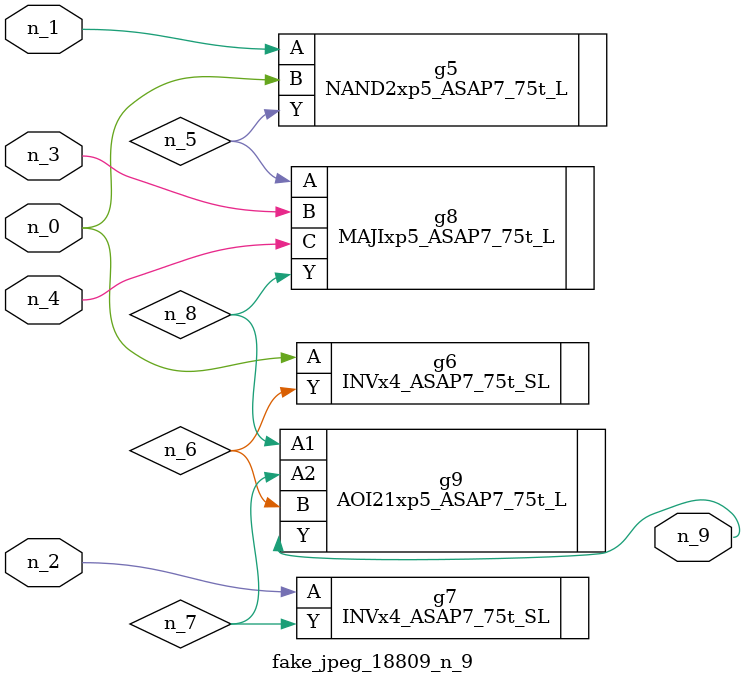
<source format=v>
module fake_jpeg_18809_n_9 (n_3, n_2, n_1, n_0, n_4, n_9);

input n_3;
input n_2;
input n_1;
input n_0;
input n_4;

output n_9;

wire n_8;
wire n_6;
wire n_5;
wire n_7;

NAND2xp5_ASAP7_75t_L g5 ( 
.A(n_1),
.B(n_0),
.Y(n_5)
);

INVx4_ASAP7_75t_SL g6 ( 
.A(n_0),
.Y(n_6)
);

INVx4_ASAP7_75t_SL g7 ( 
.A(n_2),
.Y(n_7)
);

MAJIxp5_ASAP7_75t_L g8 ( 
.A(n_5),
.B(n_3),
.C(n_4),
.Y(n_8)
);

AOI21xp5_ASAP7_75t_L g9 ( 
.A1(n_8),
.A2(n_7),
.B(n_6),
.Y(n_9)
);


endmodule
</source>
